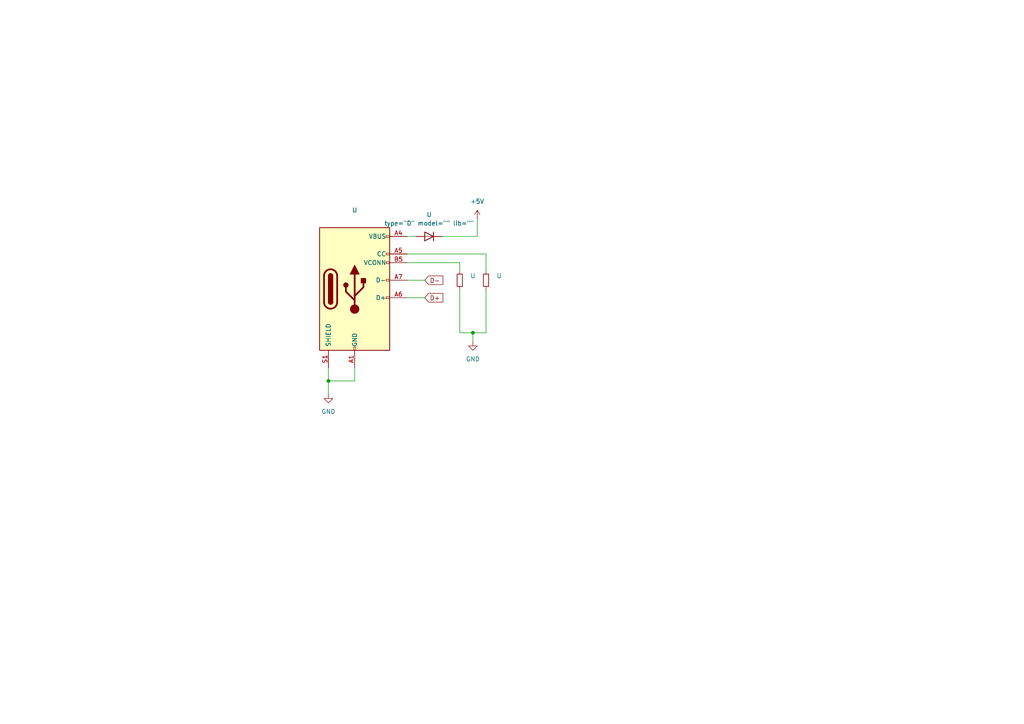
<source format=kicad_sch>
(kicad_sch (version 20220404) (generator eeschema)
  (paper "A4")
  (lib_symbols
    (symbol "Connector:USB_C_Plug_USB2.0" (pin_names (offset 1.016))
      (property "Reference" "P" (at -10.16 19.05 0))
      (property "Value" "USB_C_Plug_USB2.0" (at 12.7 19.05 0))
      (symbol "USB_C_Plug_USB2.0_0_0"
        (rectangle (start -0.254 -17.78) (end 0.254 -16.764))
        (rectangle (start 10.16 -2.286) (end 9.144 -2.794))
        (rectangle (start 10.16 2.794) (end 9.144 2.286))
        (rectangle (start 10.16 7.874) (end 9.144 7.366))
        (rectangle (start 10.16 10.414) (end 9.144 9.906))
        (rectangle (start 10.16 15.494) (end 9.144 14.986))
      )
      (symbol "USB_C_Plug_USB2.0_0_1"
        (rectangle (start -10.16 17.78) (end 10.16 -17.78) (stroke (width 0.254)) (fill (type background)))
        (arc (start -8.89 -3.81) (mid -6.985 -5.715) (end -5.08 -3.81) (stroke (width 0.508)))
        (arc (start -7.62 -3.81) (mid -6.985 -4.445) (end -6.35 -3.81) (stroke (width 0.254)))
        (arc (start -7.62 -3.81) (mid -6.985 -4.445) (end -6.35 -3.81) (stroke (width 0.254)) (fill (type outline)))
        (rectangle (start -7.62 -3.81) (end -6.35 3.81) (stroke (width 0.254)) (fill (type outline)))
        (arc (start -6.35 3.81) (mid -6.985 4.445) (end -7.62 3.81) (stroke (width 0.254)))
        (arc (start -6.35 3.81) (mid -6.985 4.445) (end -7.62 3.81) (stroke (width 0.254)) (fill (type outline)))
        (arc (start -5.08 3.81) (mid -6.985 5.715) (end -8.89 3.81) (stroke (width 0.508)))
        (circle (center -2.54 1.143) (radius 0.635) (stroke (width 0.254)) (fill (type outline)))
        (circle (center 0 -5.842) (radius 1.27) (fill (type outline)))
        (polyline (pts (xy -8.89 -3.81) (xy -8.89 3.81)) (stroke (width 0.508)))
        (polyline (pts (xy -5.08 3.81) (xy -5.08 -3.81)) (stroke (width 0.508)))
        (polyline (pts (xy 0 -5.842) (xy 0 4.318)) (stroke (width 0.508)))
        (polyline (pts (xy 0 -3.302) (xy -2.54 -0.762) (xy -2.54 0.508)) (stroke (width 0.508)))
        (polyline (pts (xy 0 -2.032) (xy 2.54 0.508) (xy 2.54 1.778)) (stroke (width 0.508)))
        (polyline (pts (xy -1.27 4.318) (xy 0 6.858) (xy 1.27 4.318) (xy -1.27 4.318)) (stroke (width 0.254)) (fill (type outline)))
        (rectangle (start 1.905 1.778) (end 3.175 3.048) (stroke (width 0.254)) (fill (type outline)))
      )
      (symbol "USB_C_Plug_USB2.0_1_1"
        (pin passive line (at 0 -22.86 90) (length 5.08) (name "GND") (number "A1"))
        (pin passive line (at 0 -22.86 90) (length 5.08) hide (name "GND") (number "A12"))
        (pin passive line (at 15.24 15.24 180) (length 5.08) (name "VBUS") (number "A4"))
        (pin bidirectional line (at 15.24 10.16 180) (length 5.08) (name "CC") (number "A5"))
        (pin bidirectional line (at 15.24 -2.54 180) (length 5.08) (name "D+") (number "A6"))
        (pin bidirectional line (at 15.24 2.54 180) (length 5.08) (name "D-") (number "A7"))
        (pin passive line (at 15.24 15.24 180) (length 5.08) hide (name "VBUS") (number "A9"))
        (pin passive line (at 0 -22.86 90) (length 5.08) hide (name "GND") (number "B1"))
        (pin passive line (at 0 -22.86 90) (length 5.08) hide (name "GND") (number "B12"))
        (pin passive line (at 15.24 15.24 180) (length 5.08) hide (name "VBUS") (number "B4"))
        (pin bidirectional line (at 15.24 7.62 180) (length 5.08) (name "VCONN") (number "B5"))
        (pin passive line (at 15.24 15.24 180) (length 5.08) hide (name "VBUS") (number "B9"))
        (pin passive line (at -7.62 -22.86 90) (length 5.08) (name "SHIELD") (number "S1"))
      )
    )
    (symbol "Device:R_Small" (pin_numbers hide) (pin_names (offset 0.254) hide)
      (property "Reference" "R" (at 0.762 0.508 0))
      (property "Value" "R_Small" (at 0.762 -1.016 0))
      (symbol "R_Small_0_1"
        (rectangle (start -0.762 1.778) (end 0.762 -1.778) (stroke (width 0.2032)))
      )
      (symbol "R_Small_1_1"
        (pin passive line (at 0 2.54 270) (length 0.762) (name "~") (number "1"))
        (pin passive line (at 0 -2.54 90) (length 0.762) (name "~") (number "2"))
      )
    )
    (symbol "Simulation_SPICE:DIODE" (pin_numbers hide) (pin_names (offset 1.016) hide)
      (property "Reference" "D" (at 0 2.54 0))
      (property "Value" "DIODE" (at 0 -2.54 0))
      (symbol "DIODE_0_1"
        (polyline (pts (xy 1.27 0) (xy -1.27 0)))
        (polyline (pts (xy 1.27 1.27) (xy 1.27 -1.27)) (stroke (width 0.254)))
        (polyline (pts (xy -1.27 -1.27) (xy -1.27 1.27) (xy 1.27 0) (xy -1.27 -1.27)) (stroke (width 0.254)))
      )
      (symbol "DIODE_1_1"
        (pin passive line (at -3.81 0 0) (length 2.54) (name "A") (number "1"))
        (pin passive line (at 3.81 0 180) (length 2.54) (name "K") (number "2"))
      )
    )
    (symbol "power:+5V" (power) (pin_names (offset 0))
      (property "Value" "+5V" (at 0 3.556 0))
      (symbol "+5V_0_1"
        (polyline (pts (xy -0.762 1.27) (xy 0 2.54)))
        (polyline (pts (xy 0 0) (xy 0 2.54)))
        (polyline (pts (xy 0 2.54) (xy 0.762 1.27)))
      )
      (symbol "+5V_1_1"
        (pin power_in line (at 0 0 90) (length 0) hide (name "+5V") (number "1"))
      )
    )
    (symbol "power:GND" (power) (pin_names (offset 0))
      (property "Value" "GND" (at 0 -3.81 0))
      (symbol "GND_0_1"
        (polyline (pts (xy 0 0) (xy 0 -1.27) (xy 1.27 -1.27) (xy 0 -2.54) (xy -1.27 -1.27) (xy 0 -1.27)))
      )
      (symbol "GND_1_1"
        (pin power_in line (at 0 0 270) (length 0) hide (name "GND") (number "1"))
      )
    )
  )
  (junction (at 137.16 96.52))
  (junction (at 95.25 110.49))
  (wire (pts (xy 95.25 106.68) (xy 95.25 110.49)))
  (wire (pts (xy 118.11 81.28) (xy 123.19 81.28)))
  (wire (pts (xy 102.87 106.68) (xy 102.87 110.49)))
  (wire (pts (xy 118.11 73.66) (xy 140.97 73.66)))
  (wire (pts (xy 140.97 73.66) (xy 140.97 78.74)))
  (wire (pts (xy 137.16 96.52) (xy 137.16 99.06)))
  (wire (pts (xy 102.87 110.49) (xy 95.25 110.49)))
  (wire (pts (xy 120.65 68.58) (xy 118.11 68.58)))
  (wire (pts (xy 133.35 78.74) (xy 133.35 76.2)))
  (wire (pts (xy 133.35 83.82) (xy 133.35 96.52)))
  (wire (pts (xy 95.25 110.49) (xy 95.25 114.3)))
  (wire (pts (xy 133.35 76.2) (xy 118.11 76.2)))
  (wire (pts (xy 140.97 96.52) (xy 140.97 83.82)))
  (wire (pts (xy 138.43 63.5) (xy 138.43 68.58)))
  (wire (pts (xy 138.43 68.58) (xy 128.27 68.58)))
  (wire (pts (xy 133.35 96.52) (xy 137.16 96.52)))
  (wire (pts (xy 118.11 86.36) (xy 123.19 86.36)))
  (wire (pts (xy 137.16 96.52) (xy 140.97 96.52)))
  (global_label "D-" (shape input) (at 123.19 81.28 0) (property "Intersheet References" "${INTERSHEET_REFS}" (effects hide)))
  (global_label "D+" (shape input) (at 123.19 86.36 0) (property "Intersheet References" "${INTERSHEET_REFS}" (effects hide)))
  (symbol (lib_id "power:+5V") (at 138.43 63.5 0) (unit 1)
    (default_instance (reference "U") (unit 1) (value "") (footprint ""))
    (property "Reference" "U" (effects hide))
  )
  (symbol (lib_id "Device:R_Small") (at 133.35 81.28 0) (unit 1)
    (default_instance (reference "U") (unit 1) (value "") (footprint ""))
    (property "Reference" "U" (at 137.16 80.01 0))
  )
  (symbol (lib_id "Device:R_Small") (at 140.97 81.28 0) (unit 1)
    (default_instance (reference "U") (unit 1) (value "") (footprint ""))
    (property "Reference" "U" (at 144.78 80.01 0))
  )
  (symbol (lib_id "power:GND") (at 137.16 99.06 0) (unit 1)
    (default_instance (reference "U") (unit 1) (value "") (footprint ""))
    (property "Reference" "U" (effects hide))
  )
  (symbol (lib_id "Simulation_SPICE:DIODE") (at 124.46 68.58 0) (unit 1)
    (default_instance (reference "U") (unit 1) (value "") (footprint ""))
    (property "Reference" "U" (at 124.46 62.23 0))
    (property "Spice_Netlist_Enabled" "Y" (effects hide))
    (property "Spice_Primitive" "D" (effects hide))
  )
  (symbol (lib_id "Connector:USB_C_Plug_USB2.0") (at 102.87 83.82 0) (unit 1)
    (default_instance (reference "U") (unit 1) (value "") (footprint ""))
    (property "Reference" "U" (at 102.87 60.96 0))
    (property "Datasheet" "https://www.usb.org/sites/default/files/documents/usb_type-c.zip" (effects hide))
  )
  (symbol (lib_id "power:GND") (at 95.25 114.3 0) (unit 1)
    (default_instance (reference "U") (unit 1) (value "") (footprint ""))
    (property "Reference" "U" (effects hide))
  )
)
</source>
